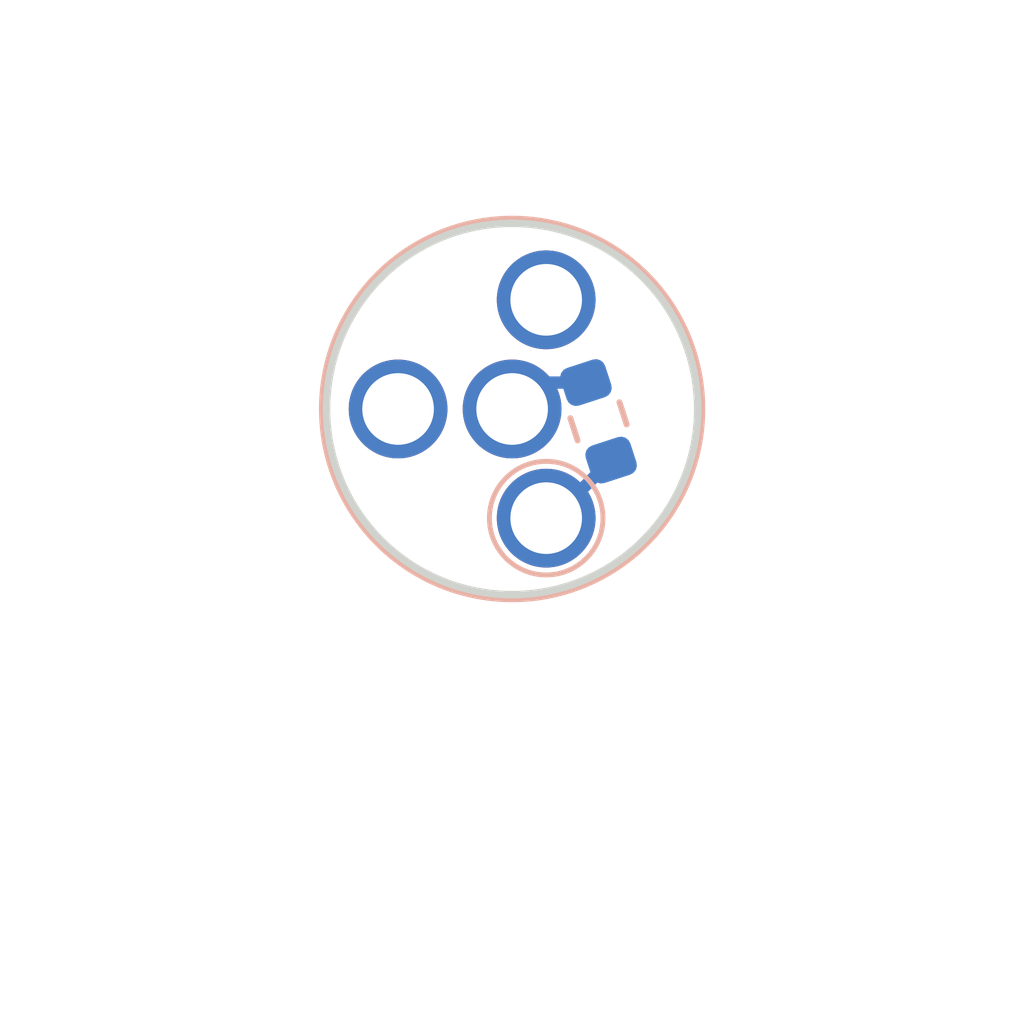
<source format=kicad_pcb>
(kicad_pcb (version 20241229) (generator "pcbnew") (generator_version "9.0")
  (title_block (title "MiniXLR adapter") (date "2025-08-18") (rev "6c") (company "elagil"))
  (layers (0 "F.Cu" signal) (2 "B.Cu" signal) (13 "F.Paste" user) (15 "B.Paste" user) (5 "F.SilkS" user "F.Silkscreen") (7 "B.SilkS" user "B.Silkscreen") (1 "F.Mask" user) (3 "B.Mask" user) (25 "Edge.Cuts" user))
  (net 0 "")
  (net 1 "/DET")
  (net 2 "/GND")
  (footprint "Resistor_SMD:R_0603_1608Metric" (layer "B.Cu") (at 141.5 105.25 -72)
    (property "Reference" "R1" (hide yes))
    (property "Value" "R")
    (fp_line (start -0.237258 0.5225) (end 0.237259 0.522501) (stroke (width 0.12)) (layer "B.SilkS"))
    (fp_line (start -0.237259 -0.522501) (end 0.237258 -0.5225) (stroke (width 0.12)) (layer "B.SilkS"))
    (pad "1" smd roundrect (at -0.825 -0.000001 288) (size 0.8 0.95) (layers "B.Cu" "B.Mask" "B.Paste") (net 1 "/DET"))
    (pad "2" smd roundrect (at 0.825 0.000001 288) (size 0.8 0.95) (layers "B.Cu" "B.Mask" "B.Paste") (net 2 "/GND"))
  )
  (footprint "connector_audio:MiniXLR-4_Rean_RT4MPR" (layer "B.Cu") (at 139.75 105 90)
    (property "Reference" "J2" (hide yes))
    (property "Value" "XLR4")
    (fp_circle (center 0 0) (end 0.635 3.81) (stroke (width 0.1)) (fill no) (layer "B.SilkS"))
    (fp_circle (center -2.21 0.69) (end -1.06 0.69) (stroke (width 0.1)) (fill no) (layer "B.SilkS"))
    (pad "1" thru_hole circle (at -2.21 0.69 270) (size 2 2) (drill 1.45) (layers "*.Cu" "*.Mask") (net 2 "/GND"))
    (pad "2" thru_hole circle (at 0 -2.31 270) (size 2 2) (drill 1.45) (layers "*.Cu" "*.Mask"))
    (pad "3" thru_hole circle (at 2.21 0.69 270) (size 2 2) (drill 1.45) (layers "*.Cu" "*.Mask"))
    (pad "4" thru_hole circle (at 0 0 270) (size 2 2) (drill 1.45) (layers "*.Cu" "*.Mask") (net 1 "/DET"))
  )
  (gr_circle (center 139.75 105) (end 143.5 105.25) (stroke (width 0.15)) (fill no) (layer "Edge.Cuts"))
  (segment (start 140.284622 104.465378) (end 141.245062 104.465378) (width 0.25) (layer "B.Cu") (net 1))
  (segment (start 140.144291 104.605709) (end 139.75 105) (width 0.25) (layer "B.Cu") (net 1))
  (segment (start 139.75 105) (end 140.284622 104.465378) (width 0.25) (layer "B.Cu") (net 1))
  (segment (start 140.44 107.21) (end 141.033184 107.21) (width 0.25) (layer "F.Cu") (net 2))
  (segment (start 140.44 107.21) (end 140.57956 107.21) (width 0.25) (layer "B.Cu") (net 2))
  (segment (start 140.44 107.21) (end 141.033183 107.21) (width 0.25) (layer "B.Cu") (net 2))
  (segment (start 140.57956 107.21) (end 141.754938 106.034622) (width 0.25) (layer "B.Cu") (net 2))
)
</source>
